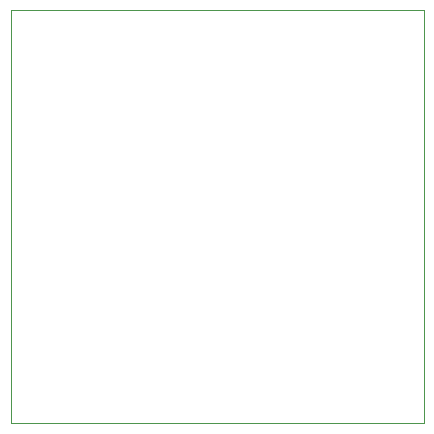
<source format=gbr>
%TF.GenerationSoftware,KiCad,Pcbnew,9.0.3-9.0.3-0~ubuntu24.04.1*%
%TF.CreationDate,2025-12-01T14:44:41+02:00*%
%TF.ProjectId,Induction_Meassure,496e6475-6374-4696-9f6e-5f4d65617373,rev?*%
%TF.SameCoordinates,Original*%
%TF.FileFunction,Profile,NP*%
%FSLAX46Y46*%
G04 Gerber Fmt 4.6, Leading zero omitted, Abs format (unit mm)*
G04 Created by KiCad (PCBNEW 9.0.3-9.0.3-0~ubuntu24.04.1) date 2025-12-01 14:44:41*
%MOMM*%
%LPD*%
G01*
G04 APERTURE LIST*
%TA.AperFunction,Profile*%
%ADD10C,0.050000*%
%TD*%
G04 APERTURE END LIST*
D10*
X151190000Y-63380000D02*
X186190000Y-63380000D01*
X186190000Y-98380000D01*
X151190000Y-98380000D01*
X151190000Y-63380000D01*
M02*

</source>
